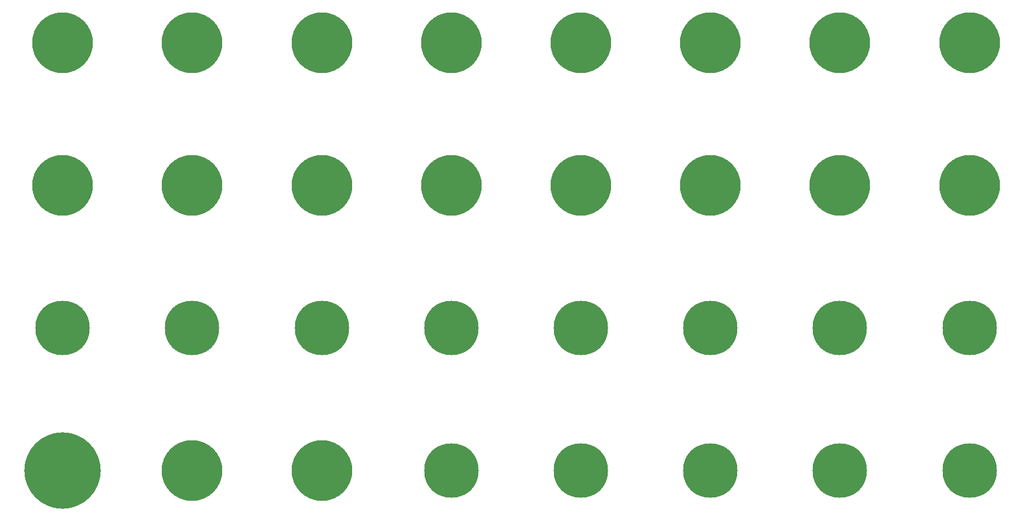
<source format=gbr>
G04 #@! TF.GenerationSoftware,KiCad,Pcbnew,5.0.2+dfsg1-1~bpo9+1*
G04 #@! TF.CreationDate,2019-09-09T21:32:31+02:00*
G04 #@! TF.ProjectId,frontpanel,66726f6e-7470-4616-9e65-6c2e6b696361,rev?*
G04 #@! TF.SameCoordinates,Original*
G04 #@! TF.FileFunction,Copper,L2,Bot*
G04 #@! TF.FilePolarity,Positive*
%FSLAX46Y46*%
G04 Gerber Fmt 4.6, Leading zero omitted, Abs format (unit mm)*
G04 Created by KiCad (PCBNEW 5.0.2+dfsg1-1~bpo9+1) date Mon 09 Sep 2019 09:32:31 PM CEST*
%MOMM*%
%LPD*%
G01*
G04 APERTURE LIST*
G04 #@! TA.AperFunction,ComponentPad*
%ADD10C,9.400000*%
G04 #@! TD*
G04 #@! TA.AperFunction,ComponentPad*
%ADD11C,8.400000*%
G04 #@! TD*
G04 #@! TA.AperFunction,ComponentPad*
%ADD12C,11.800000*%
G04 #@! TD*
G04 APERTURE END LIST*
D10*
G04 #@! TO.P,REF\002A\002A,1*
G04 #@! TO.N,N/C*
X220588000Y-63044000D03*
G04 #@! TD*
G04 #@! TO.P,REF\002A\002A,1*
G04 #@! TO.N,N/C*
X200588000Y-63044000D03*
G04 #@! TD*
G04 #@! TO.P,REF\002A\002A,1*
G04 #@! TO.N,N/C*
X220588000Y-85044000D03*
G04 #@! TD*
G04 #@! TO.P,REF\002A\002A,1*
G04 #@! TO.N,N/C*
X200588000Y-85044000D03*
G04 #@! TD*
G04 #@! TO.P,REF\002A\002A,1*
G04 #@! TO.N,N/C*
X180588000Y-63044000D03*
G04 #@! TD*
G04 #@! TO.P,REF\002A\002A,1*
G04 #@! TO.N,N/C*
X160588000Y-63044000D03*
G04 #@! TD*
G04 #@! TO.P,REF\002A\002A,1*
G04 #@! TO.N,N/C*
X140588000Y-63044000D03*
G04 #@! TD*
G04 #@! TO.P,REF\002A\002A,1*
G04 #@! TO.N,N/C*
X120588000Y-63044000D03*
G04 #@! TD*
G04 #@! TO.P,REF\002A\002A,1*
G04 #@! TO.N,N/C*
X100588000Y-63044000D03*
G04 #@! TD*
G04 #@! TO.P,REF\002A\002A,1*
G04 #@! TO.N,N/C*
X80588000Y-63044000D03*
G04 #@! TD*
G04 #@! TO.P,REF\002A\002A,1*
G04 #@! TO.N,N/C*
X80588000Y-85044000D03*
G04 #@! TD*
G04 #@! TO.P,REF\002A\002A,1*
G04 #@! TO.N,N/C*
X100588000Y-85044000D03*
G04 #@! TD*
G04 #@! TO.P,REF\002A\002A,1*
G04 #@! TO.N,N/C*
X120588000Y-85044000D03*
G04 #@! TD*
G04 #@! TO.P,REF\002A\002A,1*
G04 #@! TO.N,N/C*
X140588000Y-85044000D03*
G04 #@! TD*
G04 #@! TO.P,REF\002A\002A,1*
G04 #@! TO.N,N/C*
X160588000Y-85044000D03*
G04 #@! TD*
G04 #@! TO.P,REF\002A\002A,1*
G04 #@! TO.N,N/C*
X180588000Y-85044000D03*
G04 #@! TD*
D11*
G04 #@! TO.P,REF\002A\002A,1*
G04 #@! TO.N,N/C*
X220588000Y-107044000D03*
G04 #@! TD*
G04 #@! TO.P,REF\002A\002A,1*
G04 #@! TO.N,N/C*
X200588000Y-107044000D03*
G04 #@! TD*
G04 #@! TO.P,REF\002A\002A,1*
G04 #@! TO.N,N/C*
X180588000Y-107044000D03*
G04 #@! TD*
G04 #@! TO.P,REF\002A\002A,1*
G04 #@! TO.N,N/C*
X160588000Y-107044000D03*
G04 #@! TD*
G04 #@! TO.P,REF\002A\002A,1*
G04 #@! TO.N,N/C*
X140588000Y-107044000D03*
G04 #@! TD*
G04 #@! TO.P,REF\002A\002A,1*
G04 #@! TO.N,N/C*
X120588000Y-107044000D03*
G04 #@! TD*
G04 #@! TO.P,REF\002A\002A,1*
G04 #@! TO.N,N/C*
X100588000Y-107044000D03*
G04 #@! TD*
G04 #@! TO.P,REF\002A\002A,1*
G04 #@! TO.N,N/C*
X80588000Y-107044000D03*
G04 #@! TD*
G04 #@! TO.P,REF\002A\002A,1*
G04 #@! TO.N,N/C*
X220588000Y-129044000D03*
G04 #@! TD*
G04 #@! TO.P,REF\002A\002A,1*
G04 #@! TO.N,N/C*
X200588000Y-129044000D03*
G04 #@! TD*
G04 #@! TO.P,REF\002A\002A,1*
G04 #@! TO.N,N/C*
X180588000Y-129044000D03*
G04 #@! TD*
G04 #@! TO.P,REF\002A\002A,1*
G04 #@! TO.N,N/C*
X160588000Y-129044000D03*
G04 #@! TD*
G04 #@! TO.P,REF\002A\002A,1*
G04 #@! TO.N,N/C*
X140588000Y-129044000D03*
G04 #@! TD*
D10*
G04 #@! TO.P,REF\002A\002A,1*
G04 #@! TO.N,N/C*
X120588000Y-129044000D03*
G04 #@! TD*
G04 #@! TO.P,REF\002A\002A,1*
G04 #@! TO.N,N/C*
X100588000Y-129044000D03*
G04 #@! TD*
D12*
G04 #@! TO.P,REF\002A\002A,1*
G04 #@! TO.N,N/C*
X80588000Y-129044000D03*
G04 #@! TD*
M02*

</source>
